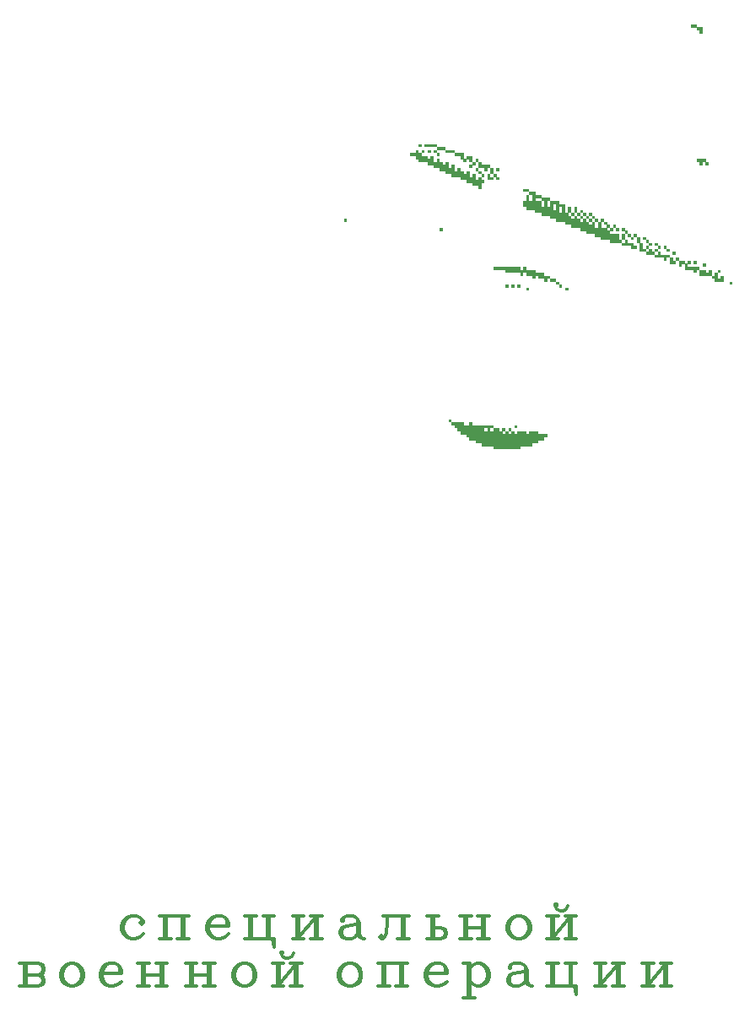
<source format=gto>
G04 start of page 2 for group 1 layer_idx 8 *
G04 Title: (unknown), top_silk *
G04 Creator: pcb-rnd 3.1.4-dev *
G04 CreationDate: 2024-02-06 06:50:57 UTC *
G04 For: STEM4ukraine *
G04 Format: Gerber/RS-274X *
G04 PCB-Dimensions: 393701 393701 *
G04 PCB-Coordinate-Origin: lower left *
%MOIN*%
%FSLAX25Y25*%
%LNTOP_SILK_NONE_1*%
%ADD61C,0.0140*%
%ADD60C,0.0001*%
G54D60*G36*
X219902Y339980D02*Y338760D01*
X218681D01*
Y339980D01*
X219902D01*
G37*
G36*
X218721Y337618D02*Y336398D01*
X217500D01*
Y337618D01*
X218721D01*
G37*
G36*
X221083D02*Y336398D01*
X219862D01*
Y337618D01*
X221083D01*
G37*
G36*
X225807Y339980D02*Y338760D01*
X221043D01*
Y339980D01*
X225807D01*
G37*
G36*
X229350Y338799D02*Y337579D01*
X225768D01*
Y338799D01*
X229350D01*
G37*
G36*
X223445Y337618D02*Y336398D01*
X222224D01*
Y337618D01*
X223445D01*
G37*
G36*
X225807D02*Y336398D01*
X224587D01*
Y337618D01*
X225807D01*
G37*
G36*
X232894D02*Y336398D01*
X229311D01*
Y337618D01*
X232894D01*
G37*
G36*
X228169Y306909D02*Y305689D01*
X226949D01*
Y306909D01*
X228169D01*
G37*
G36*
X231713Y231319D02*Y230099D01*
X230492D01*
Y231319D01*
X231713D01*
G37*
G36*
X236437Y230138D02*Y228917D01*
X231673D01*
Y230138D01*
X236437D01*
G37*
G36*
X239980D02*Y228917D01*
X238760D01*
Y230138D01*
X239980D01*
G37*
G36*
X248248Y228957D02*Y227736D01*
X232854D01*
Y228957D01*
X248248D01*
G37*
G36*
X257697D02*Y227736D01*
X256476D01*
Y228957D01*
X257697D01*
G37*
G36*
X244705Y227776D02*Y226555D01*
X234036D01*
Y227776D01*
X244705D01*
G37*
G36*
X251791Y226595D02*Y225374D01*
X235217D01*
Y226595D01*
X251791D01*
G37*
G36*
X247067Y227776D02*Y226555D01*
X245847D01*
Y227776D01*
X247067D01*
G37*
G36*
X250610D02*Y226555D01*
X248209D01*
Y227776D01*
X250610D01*
G37*
G36*
X252973D02*Y226555D01*
X251752D01*
Y227776D01*
X252973D01*
G37*
G36*
X255335D02*Y226555D01*
X254114D01*
Y227776D01*
X255335D01*
G37*
G36*
X254154Y226595D02*Y225374D01*
X252933D01*
Y226595D01*
X254154D01*
G37*
G36*
X256516D02*Y225374D01*
X255295D01*
Y226595D01*
X256516D01*
G37*
G36*
X261240D02*Y225374D01*
X257658D01*
Y226595D01*
X261240D01*
G37*
G36*
X265965D02*Y225374D01*
X262382D01*
Y226595D01*
X265965D01*
G37*
G36*
X269508Y225414D02*Y224193D01*
X237579D01*
Y225414D01*
X269508D01*
G37*
G36*
X268327Y224232D02*Y223012D01*
X238760D01*
Y224232D01*
X268327D01*
G37*
G36*
X265965Y223051D02*Y221831D01*
X241122D01*
Y223051D01*
X265965D01*
G37*
G36*
X263602Y221870D02*Y220650D01*
X243484D01*
Y221870D01*
X263602D01*
G37*
G36*
X258878Y220689D02*Y219469D01*
X248209D01*
Y220689D01*
X258878D01*
G37*
G36*
X219902Y336437D02*Y335216D01*
X215138D01*
Y336437D01*
X219902D01*
G37*
G36*
X222264Y335256D02*Y334035D01*
X217500D01*
Y335256D01*
X222264D01*
G37*
G36*
X224626D02*Y334035D01*
X223406D01*
Y335256D01*
X224626D01*
G37*
G36*
Y334075D02*Y332854D01*
X218681D01*
Y334075D01*
X224626D01*
G37*
G36*
X190374Y310453D02*Y309232D01*
X189154D01*
Y310453D01*
X190374D01*
G37*
G36*
X226988Y336437D02*Y335216D01*
X225768D01*
Y336437D01*
X226988D01*
G37*
G36*
Y334075D02*Y332854D01*
X225768D01*
Y334075D01*
X226988D01*
G37*
G36*
X228169Y332894D02*Y331673D01*
X222224D01*
Y332894D01*
X228169D01*
G37*
G36*
X230532D02*Y331673D01*
X229311D01*
Y332894D01*
X230532D01*
G37*
G36*
Y331713D02*Y330492D01*
X224587D01*
Y331713D01*
X230532D01*
G37*
G36*
X232894D02*Y330492D01*
X231673D01*
Y331713D01*
X232894D01*
G37*
G36*
Y330531D02*Y329311D01*
X226949D01*
Y330531D01*
X232894D01*
G37*
G36*
X236437Y329350D02*Y328130D01*
X229311D01*
Y329350D01*
X236437D01*
G37*
G36*
X238799D02*Y328130D01*
X237579D01*
Y329350D01*
X238799D01*
G37*
G36*
Y328169D02*Y326949D01*
X231673D01*
Y328169D01*
X238799D01*
G37*
G36*
X236437Y336437D02*Y335216D01*
X232854D01*
Y336437D01*
X236437D01*
G37*
G36*
Y335256D02*Y334035D01*
X235217D01*
Y335256D01*
X236437D01*
G37*
G36*
X237618Y334075D02*Y332854D01*
X236398D01*
Y334075D01*
X237618D01*
G37*
G36*
X239980Y335256D02*Y334035D01*
X237579D01*
Y335256D01*
X239980D01*
G37*
G36*
Y334075D02*Y332854D01*
X238760D01*
Y334075D01*
X239980D01*
G37*
G36*
X242343D02*Y332854D01*
X241122D01*
Y334075D01*
X242343D01*
G37*
G36*
X241161Y332894D02*Y331673D01*
X239941D01*
Y332894D01*
X241161D01*
G37*
G36*
X243524D02*Y331673D01*
X242303D01*
Y332894D01*
X243524D01*
G37*
G36*
X242343Y330531D02*Y329311D01*
X241122D01*
Y330531D01*
X242343D01*
G37*
G36*
X243524Y329350D02*Y328130D01*
X242303D01*
Y329350D01*
X243524D01*
G37*
G36*
X241161Y328169D02*Y326949D01*
X239941D01*
Y328169D01*
X241161D01*
G37*
G36*
X244705D02*Y326949D01*
X243484D01*
Y328169D01*
X244705D01*
G37*
G36*
X243524Y326988D02*Y325768D01*
X242303D01*
Y326988D01*
X243524D01*
G37*
G36*
X244705Y325807D02*Y324587D01*
X237579D01*
Y325807D01*
X244705D01*
G37*
G36*
X243524Y324626D02*Y323405D01*
X239941D01*
Y324626D01*
X243524D01*
G37*
G36*
Y323445D02*Y322224D01*
X242303D01*
Y323445D01*
X243524D01*
G37*
G36*
X239980Y331713D02*Y330492D01*
X238760D01*
Y331713D01*
X239980D01*
G37*
G36*
X247067D02*Y330492D01*
X242303D01*
Y331713D01*
X247067D01*
G37*
G36*
X245886Y330531D02*Y329311D01*
X244665D01*
Y330531D01*
X245886D01*
G37*
G36*
X248248D02*Y329311D01*
X247028D01*
Y330531D01*
X248248D01*
G37*
G36*
X250610D02*Y329311D01*
X249390D01*
Y330531D01*
X250610D01*
G37*
G36*
X248248Y329350D02*Y328130D01*
X247028D01*
Y329350D01*
X248248D01*
G37*
G36*
X247067Y328169D02*Y326949D01*
X245847D01*
Y328169D01*
X247067D01*
G37*
G36*
X249429D02*Y326949D01*
X248209D01*
Y328169D01*
X249429D01*
G37*
G36*
X248248Y326988D02*Y325768D01*
X245847D01*
Y326988D01*
X248248D01*
G37*
G36*
X250610D02*Y325768D01*
X249390D01*
Y326988D01*
X250610D01*
G37*
G36*
X258878Y291555D02*Y290335D01*
X248209D01*
Y291555D01*
X258878D01*
G37*
G36*
X264784Y290374D02*Y289154D01*
X252933D01*
Y290374D01*
X264784D01*
G37*
G36*
X260059Y289193D02*Y287973D01*
X258839D01*
Y289193D01*
X260059D01*
G37*
G36*
X264784Y288012D02*Y286791D01*
X263563D01*
Y288012D01*
X264784D01*
G37*
G36*
X254154Y284469D02*Y283248D01*
X252933D01*
Y284469D01*
X254154D01*
G37*
G36*
X256516D02*Y283248D01*
X255295D01*
Y284469D01*
X256516D01*
G37*
G36*
X258878D02*Y283248D01*
X257658D01*
Y284469D01*
X258878D01*
G37*
G36*
X262421Y283288D02*Y282067D01*
X261201D01*
Y283288D01*
X262421D01*
G37*
G36*
Y322264D02*Y321043D01*
X260020D01*
Y322264D01*
X262421D01*
G37*
G36*
Y319901D02*Y318681D01*
X261201D01*
Y319901D01*
X262421D01*
G37*
G36*
Y318720D02*Y317500D01*
X261201D01*
Y318720D01*
X262421D01*
G37*
G36*
X261240Y291555D02*Y290335D01*
X260020D01*
Y291555D01*
X261240D01*
G37*
G36*
X264784Y321083D02*Y319862D01*
X262382D01*
Y321083D01*
X264784D01*
G37*
G36*
X267146Y319901D02*Y318681D01*
X263563D01*
Y319901D01*
X267146D01*
G37*
G36*
X264784Y318720D02*Y317500D01*
X263563D01*
Y318720D01*
X264784D01*
G37*
G36*
X267146Y317539D02*Y316319D01*
X260020D01*
Y317539D01*
X267146D01*
G37*
G36*
X270689Y318720D02*Y317500D01*
X267106D01*
Y318720D01*
X270689D01*
G37*
G36*
X269508Y317539D02*Y316319D01*
X268287D01*
Y317539D01*
X269508D01*
G37*
G36*
X274232D02*Y316319D01*
X270650D01*
Y317539D01*
X274232D01*
G37*
G36*
X267146Y316358D02*Y315138D01*
X260020D01*
Y316358D01*
X267146D01*
G37*
G36*
X271870Y315177D02*Y313957D01*
X261201D01*
Y315177D01*
X271870D01*
G37*
G36*
X274232Y313996D02*Y312776D01*
X264744D01*
Y313996D01*
X274232D01*
G37*
G36*
X268327Y289193D02*Y287973D01*
X261201D01*
Y289193D01*
X268327D01*
G37*
G36*
X270689Y288012D02*Y286791D01*
X265925D01*
Y288012D01*
X270689D01*
G37*
G36*
X276595Y313996D02*Y312776D01*
X275374D01*
Y313996D01*
X276595D01*
G37*
G36*
X278957D02*Y312776D01*
X277736D01*
Y313996D01*
X278957D01*
G37*
G36*
X281319D02*Y312776D01*
X280099D01*
Y313996D01*
X281319D01*
G37*
G36*
X283681D02*Y312776D01*
X282461D01*
Y313996D01*
X283681D01*
G37*
G36*
X277776Y312815D02*Y311594D01*
X267106D01*
Y312815D01*
X277776D01*
G37*
G36*
X278957Y311634D02*Y310413D01*
X270650D01*
Y311634D01*
X278957D01*
G37*
G36*
X282500Y310453D02*Y309232D01*
X273012D01*
Y310453D01*
X282500D01*
G37*
G36*
X286043Y309272D02*Y308051D01*
X276555D01*
Y309272D01*
X286043D01*
G37*
G36*
X288406Y308090D02*Y306870D01*
X278917D01*
Y308090D01*
X288406D01*
G37*
G36*
X280138Y312815D02*Y311594D01*
X278917D01*
Y312815D01*
X280138D01*
G37*
G36*
X282500D02*Y311594D01*
X281280D01*
Y312815D01*
X282500D01*
G37*
G36*
X281319Y311634D02*Y310413D01*
X280099D01*
Y311634D01*
X281319D01*
G37*
G36*
X283681D02*Y310413D01*
X282461D01*
Y311634D01*
X283681D01*
G37*
G36*
X284862Y312815D02*Y311594D01*
X283642D01*
Y312815D01*
X284862D01*
G37*
G36*
X286043Y311634D02*Y310413D01*
X284823D01*
Y311634D01*
X286043D01*
G37*
G36*
X284862Y310453D02*Y309232D01*
X283642D01*
Y310453D01*
X284862D01*
G37*
G36*
X287225Y312815D02*Y311594D01*
X286004D01*
Y312815D01*
X287225D01*
G37*
G36*
X288406Y311634D02*Y310413D01*
X287185D01*
Y311634D01*
X288406D01*
G37*
G36*
X287225Y310453D02*Y309232D01*
X286004D01*
Y310453D01*
X287225D01*
G37*
G36*
X289587D02*Y309232D01*
X288366D01*
Y310453D01*
X289587D01*
G37*
G36*
X291949D02*Y309232D01*
X290728D01*
Y310453D01*
X291949D01*
G37*
G36*
X288406Y309272D02*Y308051D01*
X287185D01*
Y309272D01*
X288406D01*
G37*
G36*
X290768D02*Y308051D01*
X289547D01*
Y309272D01*
X290768D01*
G37*
G36*
Y308090D02*Y306870D01*
X289547D01*
Y308090D01*
X290768D01*
G37*
G36*
X293130Y306909D02*Y305689D01*
X282461D01*
Y306909D01*
X293130D01*
G37*
G36*
X294311Y305728D02*Y304508D01*
X284823D01*
Y305728D01*
X294311D01*
G37*
G36*
X293130Y309272D02*Y308051D01*
X291910D01*
Y309272D01*
X293130D01*
G37*
G36*
X294311Y308090D02*Y306870D01*
X293091D01*
Y308090D01*
X294311D01*
G37*
G36*
X295492Y306909D02*Y305689D01*
X294272D01*
Y306909D01*
X295492D01*
G37*
G36*
X296673Y308090D02*Y306870D01*
X295453D01*
Y308090D01*
X296673D01*
G37*
G36*
X297854Y306909D02*Y305689D01*
X296634D01*
Y306909D01*
X297854D01*
G37*
G36*
X300217D02*Y305689D01*
X298996D01*
Y306909D01*
X300217D01*
G37*
G36*
X301398Y305728D02*Y304508D01*
X300177D01*
Y305728D01*
X301398D01*
G37*
G36*
X297854Y304547D02*Y303327D01*
X288366D01*
Y304547D01*
X297854D01*
G37*
G36*
Y303366D02*Y302146D01*
X290728D01*
Y303366D01*
X297854D01*
G37*
G36*
X299036Y302185D02*Y300964D01*
X294272D01*
Y302185D01*
X299036D01*
G37*
G36*
X300217Y304547D02*Y303327D01*
X298996D01*
Y304547D01*
X300217D01*
G37*
G36*
Y303366D02*Y302146D01*
X298996D01*
Y303366D01*
X300217D01*
G37*
G36*
X301398Y302185D02*Y300964D01*
X300177D01*
Y302185D01*
X301398D01*
G37*
G36*
X303760Y301004D02*Y299783D01*
X298996D01*
Y301004D01*
X303760D01*
G37*
G36*
X304941Y299823D02*Y298602D01*
X302539D01*
Y299823D01*
X304941D01*
G37*
G36*
X302579Y304547D02*Y303327D01*
X301358D01*
Y304547D01*
X302579D01*
G37*
G36*
X303760Y303366D02*Y302146D01*
X302539D01*
Y303366D01*
X303760D01*
G37*
G36*
X304941Y304547D02*Y303327D01*
X303721D01*
Y304547D01*
X304941D01*
G37*
G36*
X306122Y303366D02*Y302146D01*
X304902D01*
Y303366D01*
X306122D01*
G37*
G36*
Y302185D02*Y300964D01*
X304902D01*
Y302185D01*
X306122D01*
G37*
G36*
X308484Y303366D02*Y302146D01*
X307264D01*
Y303366D01*
X308484D01*
G37*
G36*
X309665Y302185D02*Y300964D01*
X308445D01*
Y302185D01*
X309665D01*
G37*
G36*
X307303Y301004D02*Y299783D01*
X306083D01*
Y301004D01*
X307303D01*
G37*
G36*
X310847D02*Y299783D01*
X309626D01*
Y301004D01*
X310847D01*
G37*
G36*
X313209D02*Y299783D01*
X311988D01*
Y301004D01*
X313209D01*
G37*
G36*
Y298642D02*Y297421D01*
X311988D01*
Y298642D01*
X313209D01*
G37*
G36*
X307303Y299823D02*Y298602D01*
X306083D01*
Y299823D01*
X307303D01*
G37*
G36*
X308484Y298642D02*Y297421D01*
X306083D01*
Y298642D01*
X308484D01*
G37*
G36*
X309665Y299823D02*Y298602D01*
X308445D01*
Y299823D01*
X309665D01*
G37*
G36*
X310847Y298642D02*Y297421D01*
X309626D01*
Y298642D01*
X310847D01*
G37*
G36*
X312028Y297461D02*Y296240D01*
X308445D01*
Y297461D01*
X312028D01*
G37*
G36*
X314390Y299823D02*Y298602D01*
X313169D01*
Y299823D01*
X314390D01*
G37*
G36*
X316752D02*Y298602D01*
X315532D01*
Y299823D01*
X316752D01*
G37*
G36*
X314390Y297461D02*Y296240D01*
X313169D01*
Y297461D01*
X314390D01*
G37*
G36*
X317933Y296279D02*Y295059D01*
X311988D01*
Y296279D01*
X317933D01*
G37*
G36*
X316752Y295098D02*Y293878D01*
X315532D01*
Y295098D01*
X316752D01*
G37*
G36*
X317933Y298642D02*Y297421D01*
X316713D01*
Y298642D01*
X317933D01*
G37*
G36*
X320295Y297461D02*Y296240D01*
X319075D01*
Y297461D01*
X320295D01*
G37*
G36*
X319114Y295098D02*Y293878D01*
X317894D01*
Y295098D01*
X319114D01*
G37*
G36*
X321477D02*Y293878D01*
X320256D01*
Y295098D01*
X321477D01*
G37*
G36*
X322658Y292736D02*Y291516D01*
X321437D01*
Y292736D01*
X322658D01*
G37*
G36*
X320295Y293917D02*Y292697D01*
X317894D01*
Y293917D01*
X320295D01*
G37*
G36*
X323839D02*Y292697D01*
X321437D01*
Y293917D01*
X323839D01*
G37*
G36*
X326201D02*Y292697D01*
X324980D01*
Y293917D01*
X326201D01*
G37*
G36*
X325020Y292736D02*Y291516D01*
X323799D01*
Y292736D01*
X325020D01*
G37*
G36*
X328563Y293917D02*Y292697D01*
X327343D01*
Y293917D01*
X328563D01*
G37*
G36*
X332106Y292736D02*Y291516D01*
X330886D01*
Y292736D01*
X332106D01*
G37*
G36*
X329744Y291555D02*Y290335D01*
X323799D01*
Y291555D01*
X329744D01*
G37*
G36*
X328563Y290374D02*Y289154D01*
X327343D01*
Y290374D01*
X328563D01*
G37*
G36*
X332106D02*Y289154D01*
X329705D01*
Y290374D01*
X332106D01*
G37*
G36*
X334469D02*Y289154D01*
X333248D01*
Y290374D01*
X334469D01*
G37*
G36*
X338012D02*Y289154D01*
X336791D01*
Y290374D01*
X338012D01*
G37*
G36*
X334469Y289193D02*Y287973D01*
X329705D01*
Y289193D01*
X334469D01*
G37*
G36*
X336831D02*Y287973D01*
X335610D01*
Y289193D01*
X336831D01*
G37*
G36*
Y288012D02*Y286791D01*
X334429D01*
Y288012D01*
X336831D01*
G37*
G36*
X339193D02*Y286791D01*
X337973D01*
Y288012D01*
X339193D01*
G37*
G36*
Y286831D02*Y285610D01*
X335610D01*
Y286831D01*
X339193D01*
G37*
G36*
X342736Y285650D02*Y284429D01*
X341516D01*
Y285650D01*
X342736D01*
G37*
G36*
X269508Y316358D02*Y315138D01*
X268287D01*
Y316358D01*
X269508D01*
G37*
G36*
Y286831D02*Y285610D01*
X268287D01*
Y286831D01*
X269508D01*
G37*
G36*
X271870Y316358D02*Y315138D01*
X270650D01*
Y316358D01*
X271870D01*
G37*
G36*
X273051Y286831D02*Y285610D01*
X270650D01*
Y286831D01*
X273051D01*
G37*
G36*
X274232Y285650D02*Y284429D01*
X273012D01*
Y285650D01*
X274232D01*
G37*
G36*
X275413Y284469D02*Y283248D01*
X274193D01*
Y284469D01*
X275413D01*
G37*
G36*
X277776Y283288D02*Y282067D01*
X276555D01*
Y283288D01*
X277776D01*
G37*
G36*
X276595Y316358D02*Y315138D01*
X273012D01*
Y316358D01*
X276595D01*
G37*
G36*
X274232Y315177D02*Y313957D01*
X273012D01*
Y315177D01*
X274232D01*
G37*
G36*
X276595D02*Y313957D01*
X275374D01*
Y315177D01*
X276595D01*
G37*
G36*
X278957D02*Y313957D01*
X277736D01*
Y315177D01*
X278957D01*
G37*
G36*
X281319D02*Y313957D01*
X280099D01*
Y315177D01*
X281319D01*
G37*
G36*
X235256Y330531D02*Y329311D01*
X234036D01*
Y330531D01*
X235256D01*
G37*
G36*
X241161Y326988D02*Y325768D01*
X235217D01*
Y326988D01*
X241161D01*
G37*
G36*
X328563Y387224D02*Y386004D01*
X326162D01*
Y387224D01*
X328563D01*
G37*
G36*
X330925Y386043D02*Y384823D01*
X328524D01*
Y386043D01*
X330925D01*
G37*
G36*
Y384862D02*Y383642D01*
X329705D01*
Y384862D01*
X330925D01*
G37*
G36*
X332106Y334075D02*Y332854D01*
X328524D01*
Y334075D01*
X332106D01*
G37*
G36*
X330925Y332894D02*Y331673D01*
X329705D01*
Y332894D01*
X330925D01*
G37*
G36*
X333288D02*Y331673D01*
X332067D01*
Y332894D01*
X333288D01*
G37*
G54D61*X190900Y16486D02*X188956Y15838D01*
X187660Y14542D01*
X187008Y12598D01*
Y11302D01*
X187660Y9358D01*
X188956Y8058D01*
X190900Y7410D01*
X192196D01*
X194140Y8058D01*
X195436Y9358D01*
X196088Y11302D01*
Y12598D01*
X195436Y14542D01*
X194140Y15838D01*
X192196Y16486D01*
X190900D01*
X189604Y15838D01*
X188308Y14542D01*
X187660Y12598D01*
Y11302D01*
X188308Y9358D01*
X189604Y8058D01*
X190900Y7410D01*
X192196D02*X193492Y8058D01*
X194788Y9358D01*
X195436Y11302D01*
Y12598D01*
X194788Y14542D01*
X193492Y15838D01*
X192196Y16486D01*
X204520D02*Y7410D01*
X205168Y16486D02*Y7410D01*
X211648Y16486D02*Y7410D01*
X212296Y16486D02*Y7410D01*
X202572Y16486D02*X214244D01*
X202572Y7410D02*X207112D01*
X209704D02*X214244D01*
X222028Y12598D02*X229804D01*
Y13894D01*
X229156Y15190D01*
X228508Y15838D01*
X227212Y16486D01*
X225268D01*
X223324Y15838D01*
X222028Y14542D01*
X221376Y12598D01*
Y11302D01*
X222028Y9358D01*
X223324Y8058D01*
X225268Y7410D01*
X226564D01*
X228508Y8058D01*
X229804Y9358D01*
X229156Y12598D02*Y14542D01*
X228508Y15838D01*
X225268Y16486D02*X223972Y15838D01*
X222676Y14542D01*
X222028Y12598D01*
Y11302D01*
X222676Y9358D01*
X223972Y8058D01*
X225268Y7410D01*
X238236Y16486D02*Y2870D01*
X238884Y16486D02*Y2870D01*
Y14542D02*X240180Y15838D01*
X241476Y16486D01*
X242772D01*
X244716Y15838D01*
X246012Y14542D01*
X246664Y12598D01*
Y11302D01*
X246012Y9358D01*
X244716Y8058D01*
X242772Y7410D01*
X241476D01*
X240180Y8058D01*
X238884Y9358D01*
X242772Y16486D02*X244068Y15838D01*
X245364Y14542D01*
X246012Y12598D01*
Y11302D01*
X245364Y9358D01*
X244068Y8058D01*
X242772Y7410D01*
X236288Y16486D02*X238884D01*
X236288Y2870D02*X240828D01*
X255092Y15190D02*Y14542D01*
X254444D01*
Y15190D01*
X255092Y15838D01*
X256388Y16486D01*
X258980D01*
X260276Y15838D01*
X260924Y15190D01*
X261572Y13894D01*
Y9358D01*
X262224Y8058D01*
X262872Y7410D01*
X260924Y15190D02*Y9358D01*
X261572Y8058D01*
X262872Y7410D01*
X263520D01*
X260924Y13894D02*X260276Y13246D01*
X256388Y12598D01*
X254444Y11950D01*
X253796Y10654D01*
Y9358D01*
X254444Y8058D01*
X256388Y7410D01*
X258332D01*
X259628Y8058D01*
X260924Y9358D01*
X256388Y12598D02*X255092Y11950D01*
X254444Y10654D01*
Y9358D01*
X255092Y8058D01*
X256388Y7410D01*
X271304Y16486D02*Y7410D01*
X271952Y16486D02*Y7410D01*
X278432Y16486D02*Y7410D01*
X279080Y16486D02*Y7410D01*
X269356Y16486D02*X273896D01*
X276488D02*X281028D01*
X269356Y7410D02*X281028D01*
Y4166D01*
X280380Y7410D01*
X290108Y16486D02*Y7410D01*
X290756Y16486D02*Y7410D01*
X297236Y16486D02*Y7410D01*
X297884Y16486D02*Y7410D01*
X288160Y16486D02*X292700D01*
X295292D02*X299832D01*
X288160Y7410D02*X292700D01*
X295292D02*X299832D01*
X297236Y15838D02*X290756Y8058D01*
X308912Y16486D02*Y7410D01*
X309560Y16486D02*Y7410D01*
X316040Y16486D02*Y7410D01*
X316688Y16486D02*Y7410D01*
X306964Y16486D02*X311504D01*
X314096D02*X318636D01*
X306964Y7410D02*X311504D01*
X314096D02*X318636D01*
X316040Y15838D02*X309560Y8058D01*
X109158Y33243D02*X108510Y32595D01*
X109158Y31947D01*
X109806Y32595D01*
Y33243D01*
X108510Y34539D01*
X107214Y35187D01*
X105270D01*
X103326Y34539D01*
X102030Y33243D01*
X101378Y31299D01*
Y30003D01*
X102030Y28059D01*
X103326Y26759D01*
X105270Y26111D01*
X106566D01*
X108510Y26759D01*
X109806Y28059D01*
X105270Y35187D02*X103974Y34539D01*
X102678Y33243D01*
X102030Y31299D01*
Y30003D01*
X102678Y28059D01*
X103974Y26759D01*
X105270Y26111D01*
X118238Y35187D02*Y26111D01*
X118886Y35187D02*Y26111D01*
X125366Y35187D02*Y26111D01*
X126014Y35187D02*Y26111D01*
X116290Y35187D02*X127962D01*
X116290Y26111D02*X120830D01*
X123422D02*X127962D01*
X135746Y31299D02*X143522D01*
Y32595D01*
X142874Y33891D01*
X142226Y34539D01*
X140930Y35187D01*
X138986D01*
X137042Y34539D01*
X135746Y33243D01*
X135094Y31299D01*
Y30003D01*
X135746Y28059D01*
X137042Y26759D01*
X138986Y26111D01*
X140282D01*
X142226Y26759D01*
X143522Y28059D01*
X142874Y31299D02*Y33243D01*
X142226Y34539D01*
X138986Y35187D02*X137690Y34539D01*
X136394Y33243D01*
X135746Y31299D01*
Y30003D01*
X136394Y28059D01*
X137690Y26759D01*
X138986Y26111D01*
X151954Y35187D02*Y26111D01*
X152602Y35187D02*Y26111D01*
X159082Y35187D02*Y26111D01*
X159730Y35187D02*Y26111D01*
X150006Y35187D02*X154546D01*
X157138D02*X161678D01*
X150006Y26111D02*X161678D01*
Y22867D01*
X161030Y26111D01*
X170758Y35187D02*Y26111D01*
X171406Y35187D02*Y26111D01*
X177886Y35187D02*Y26111D01*
X178534Y35187D02*Y26111D01*
X168810Y35187D02*X173350D01*
X175942D02*X180482D01*
X168810Y26111D02*X173350D01*
X175942D02*X180482D01*
X177886Y34539D02*X171406Y26759D01*
X188910Y33891D02*Y33243D01*
X188262D01*
Y33891D01*
X188910Y34539D01*
X190206Y35187D01*
X192798D01*
X194094Y34539D01*
X194742Y33891D01*
X195390Y32595D01*
Y28059D01*
X196042Y26759D01*
X196690Y26111D01*
X194742Y33891D02*Y28059D01*
X195390Y26759D01*
X196690Y26111D01*
X197338D01*
X194742Y32595D02*X194094Y31947D01*
X190206Y31299D01*
X188262Y30651D01*
X187614Y29355D01*
Y28059D01*
X188262Y26759D01*
X190206Y26111D01*
X192150D01*
X193446Y26759D01*
X194742Y28059D01*
X190206Y31299D02*X188910Y30651D01*
X188262Y29355D01*
Y28059D01*
X188910Y26759D01*
X190206Y26111D01*
X206418Y35187D02*Y32595D01*
X205770Y28707D01*
X205122Y26759D01*
X204470Y26111D01*
X203822D01*
X203174Y26759D01*
X203822Y27407D01*
X204470Y26759D01*
X212250Y35187D02*Y26111D01*
X212898Y35187D02*Y26111D01*
X204470Y35187D02*X214846D01*
X210306Y26111D02*X214846D01*
X223922Y35187D02*Y26111D01*
X224570Y35187D02*Y26111D01*
X221978Y35187D02*X226514D01*
X224570Y30651D02*X227162D01*
X229106Y30003D01*
X229754Y28707D01*
Y28059D01*
X229106Y26759D01*
X227162Y26111D01*
X221978D01*
X227162Y30651D02*X228458Y30003D01*
X229106Y28707D01*
Y28059D01*
X228458Y26759D01*
X227162Y26111D01*
X236890Y35187D02*Y26111D01*
X237538Y35187D02*Y26111D01*
X244018Y35187D02*Y26111D01*
X244666Y35187D02*Y26111D01*
X234942Y35187D02*X239482D01*
X242074D02*X246614D01*
X237538Y30651D02*X244018D01*
X234942Y26111D02*X239482D01*
X242074D02*X246614D01*
X257638Y35187D02*X255694Y34539D01*
X254398Y33243D01*
X253746Y31299D01*
Y30003D01*
X254398Y28059D01*
X255694Y26759D01*
X257638Y26111D01*
X258934D01*
X260878Y26759D01*
X262174Y28059D01*
X262826Y30003D01*
Y31299D01*
X262174Y33243D01*
X260878Y34539D01*
X258934Y35187D01*
X257638D01*
X256342Y34539D01*
X255046Y33243D01*
X254398Y31299D01*
Y30003D01*
X255046Y28059D01*
X256342Y26759D01*
X257638Y26111D01*
X258934D02*X260230Y26759D01*
X261526Y28059D01*
X262174Y30003D01*
Y31299D01*
X261526Y33243D01*
X260230Y34539D01*
X258934Y35187D01*
X271258D02*Y26111D01*
X271906Y35187D02*Y26111D01*
X278386Y35187D02*Y26111D01*
X279034Y35187D02*Y26111D01*
X269310Y35187D02*X273850D01*
X276442D02*X280982D01*
X269310Y26111D02*X273850D01*
X276442D02*X280982D01*
X278386Y34539D02*X271906Y26759D01*
X273202Y39079D02*Y39727D01*
X272554D01*
Y39079D01*
X273202Y37783D01*
X274498Y37135D01*
X275794D01*
X277090Y37783D01*
X277738Y39079D01*
X62972Y16486D02*Y7410D01*
X63620Y16486D02*Y7410D01*
X61024Y16486D02*X68156D01*
X70100Y15838D01*
X70752Y14542D01*
Y13894D01*
X70100Y12598D01*
X68156Y11950D01*
Y16486D02*X69452Y15838D01*
X70100Y14542D01*
Y13894D01*
X69452Y12598D01*
X68156Y11950D01*
X63620D02*X68156D01*
X70100Y11302D01*
X70752Y10006D01*
Y9358D01*
X70100Y8058D01*
X68156Y7410D01*
X61024D01*
X68156Y11950D02*X69452Y11302D01*
X70100Y10006D01*
Y9358D01*
X69452Y8058D01*
X68156Y7410D01*
X81128Y16486D02*X79184Y15838D01*
X77888Y14542D01*
X77236Y12598D01*
Y11302D01*
X77888Y9358D01*
X79184Y8058D01*
X81128Y7410D01*
X82424D01*
X84368Y8058D01*
X85664Y9358D01*
X86316Y11302D01*
Y12598D01*
X85664Y14542D01*
X84368Y15838D01*
X82424Y16486D01*
X81128D01*
X79832Y15838D01*
X78536Y14542D01*
X77888Y12598D01*
Y11302D01*
X78536Y9358D01*
X79832Y8058D01*
X81128Y7410D01*
X82424D02*X83720Y8058D01*
X85016Y9358D01*
X85664Y11302D01*
Y12598D01*
X85016Y14542D01*
X83720Y15838D01*
X82424Y16486D01*
X93452Y12598D02*X101228D01*
Y13894D01*
X100580Y15190D01*
X99932Y15838D01*
X98636Y16486D01*
X96692D01*
X94748Y15838D01*
X93452Y14542D01*
X92800Y12598D01*
Y11302D01*
X93452Y9358D01*
X94748Y8058D01*
X96692Y7410D01*
X97988D01*
X99932Y8058D01*
X101228Y9358D01*
X100580Y12598D02*Y14542D01*
X99932Y15838D01*
X96692Y16486D02*X95396Y15838D01*
X94100Y14542D01*
X93452Y12598D01*
Y11302D01*
X94100Y9358D01*
X95396Y8058D01*
X96692Y7410D01*
X109660Y16486D02*Y7410D01*
X110308Y16486D02*Y7410D01*
X116788Y16486D02*Y7410D01*
X117436Y16486D02*Y7410D01*
X107712Y16486D02*X112252D01*
X114844D02*X119384D01*
X110308Y11950D02*X116788D01*
X107712Y7410D02*X112252D01*
X114844D02*X119384D01*
X128464Y16486D02*Y7410D01*
X129112Y16486D02*Y7410D01*
X135592Y16486D02*Y7410D01*
X136240Y16486D02*Y7410D01*
X126516Y16486D02*X131056D01*
X133648D02*X138188D01*
X129112Y11950D02*X135592D01*
X126516Y7410D02*X131056D01*
X133648D02*X138188D01*
X149212Y16486D02*X147268Y15838D01*
X145972Y14542D01*
X145320Y12598D01*
Y11302D01*
X145972Y9358D01*
X147268Y8058D01*
X149212Y7410D01*
X150508D01*
X152452Y8058D01*
X153748Y9358D01*
X154400Y11302D01*
Y12598D01*
X153748Y14542D01*
X152452Y15838D01*
X150508Y16486D01*
X149212D01*
X147916Y15838D01*
X146620Y14542D01*
X145972Y12598D01*
Y11302D01*
X146620Y9358D01*
X147916Y8058D01*
X149212Y7410D01*
X150508D02*X151804Y8058D01*
X153100Y9358D01*
X153748Y11302D01*
Y12598D01*
X153100Y14542D01*
X151804Y15838D01*
X150508Y16486D01*
X162832D02*Y7410D01*
X163480Y16486D02*Y7410D01*
X169960Y16486D02*Y7410D01*
X170608Y16486D02*Y7410D01*
X160884Y16486D02*X165424D01*
X168016D02*X172556D01*
X160884Y7410D02*X165424D01*
X168016D02*X172556D01*
X169960Y15838D02*X163480Y8058D01*
X164776Y20378D02*Y21026D01*
X164128D01*
Y20378D01*
X164776Y19082D01*
X166072Y18434D01*
X167368D01*
X168664Y19082D01*
X169312Y20378D01*
M02*

</source>
